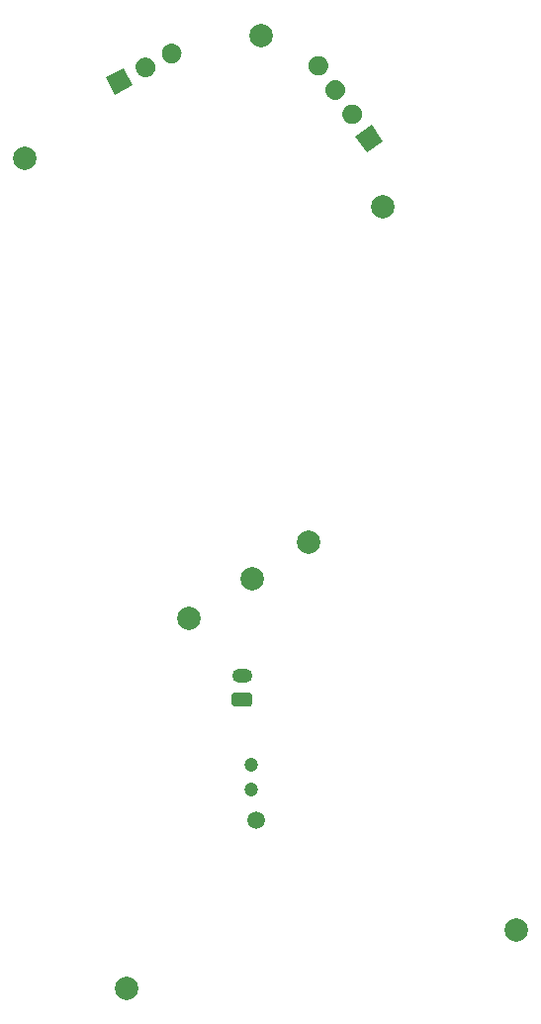
<source format=gbr>
G04 #@! TF.GenerationSoftware,KiCad,Pcbnew,5.1.7*
G04 #@! TF.CreationDate,2020-12-05T21:44:05-08:00*
G04 #@! TF.ProjectId,xmascard2020,786d6173-6361-4726-9432-3032302e6b69,rev?*
G04 #@! TF.SameCoordinates,Original*
G04 #@! TF.FileFunction,Soldermask,Top*
G04 #@! TF.FilePolarity,Negative*
%FSLAX46Y46*%
G04 Gerber Fmt 4.6, Leading zero omitted, Abs format (unit mm)*
G04 Created by KiCad (PCBNEW 5.1.7) date 2020-12-05 21:44:05*
%MOMM*%
%LPD*%
G01*
G04 APERTURE LIST*
%ADD10C,1.200000*%
%ADD11C,1.500000*%
%ADD12C,2.000000*%
%ADD13O,1.750000X1.200000*%
%ADD14C,0.100000*%
G04 APERTURE END LIST*
D10*
X108003979Y-126439771D03*
X108018184Y-128598709D03*
D11*
X108401681Y-131240554D03*
D12*
X130676080Y-140629509D03*
X97333344Y-145573779D03*
X102638279Y-113941039D03*
X108049830Y-110603211D03*
X112907443Y-107393204D03*
X119228024Y-78758856D03*
X108859436Y-64114997D03*
X88590972Y-74583013D03*
G36*
G01*
X107825001Y-121500000D02*
X106574999Y-121500000D01*
G75*
G02*
X106325000Y-121250001I0J249999D01*
G01*
X106325000Y-120549999D01*
G75*
G02*
X106574999Y-120300000I249999J0D01*
G01*
X107825001Y-120300000D01*
G75*
G02*
X108075000Y-120549999I0J-249999D01*
G01*
X108075000Y-121250001D01*
G75*
G02*
X107825001Y-121500000I-249999J0D01*
G01*
G37*
D13*
X107200000Y-118900000D03*
D14*
G36*
X95550444Y-67648545D02*
G01*
X97051455Y-66850444D01*
X97849556Y-68351455D01*
X96348545Y-69149556D01*
X95550444Y-67648545D01*
G37*
G36*
G01*
X98543636Y-66057037D02*
X98543636Y-66057037D01*
G75*
G02*
X99693192Y-66408491I399051J-750505D01*
G01*
X99693192Y-66408491D01*
G75*
G02*
X99341738Y-67558047I-750505J-399051D01*
G01*
X99341738Y-67558047D01*
G75*
G02*
X98192182Y-67206593I-399051J750505D01*
G01*
X98192182Y-67206593D01*
G75*
G02*
X98543636Y-66057037I750505J399051D01*
G01*
G37*
G36*
G01*
X100786323Y-64864579D02*
X100786323Y-64864579D01*
G75*
G02*
X101935879Y-65216033I399051J-750505D01*
G01*
X101935879Y-65216033D01*
G75*
G02*
X101584425Y-66365589I-750505J-399051D01*
G01*
X101584425Y-66365589D01*
G75*
G02*
X100434869Y-66014135I-399051J750505D01*
G01*
X100434869Y-66014135D01*
G75*
G02*
X100786323Y-64864579I750505J399051D01*
G01*
G37*
G36*
X117891261Y-74083819D02*
G01*
X116916181Y-72691261D01*
X118308739Y-71716181D01*
X119283819Y-73108739D01*
X117891261Y-74083819D01*
G37*
G36*
G01*
X115946837Y-71306894D02*
X115946837Y-71306894D01*
G75*
G02*
X116155576Y-70123075I696279J487540D01*
G01*
X116155576Y-70123075D01*
G75*
G02*
X117339395Y-70331814I487540J-696279D01*
G01*
X117339395Y-70331814D01*
G75*
G02*
X117130656Y-71515633I-696279J-487540D01*
G01*
X117130656Y-71515633D01*
G75*
G02*
X115946837Y-71306894I-487540J696279D01*
G01*
G37*
G36*
G01*
X114489953Y-69226248D02*
X114489953Y-69226248D01*
G75*
G02*
X114698692Y-68042429I696279J487540D01*
G01*
X114698692Y-68042429D01*
G75*
G02*
X115882511Y-68251168I487540J-696279D01*
G01*
X115882511Y-68251168D01*
G75*
G02*
X115673772Y-69434987I-696279J-487540D01*
G01*
X115673772Y-69434987D01*
G75*
G02*
X114489953Y-69226248I-487540J696279D01*
G01*
G37*
G36*
G01*
X113033069Y-67145601D02*
X113033069Y-67145601D01*
G75*
G02*
X113241808Y-65961782I696279J487540D01*
G01*
X113241808Y-65961782D01*
G75*
G02*
X114425627Y-66170521I487540J-696279D01*
G01*
X114425627Y-66170521D01*
G75*
G02*
X114216888Y-67354340I-696279J-487540D01*
G01*
X114216888Y-67354340D01*
G75*
G02*
X113033069Y-67145601I-487540J696279D01*
G01*
G37*
M02*

</source>
